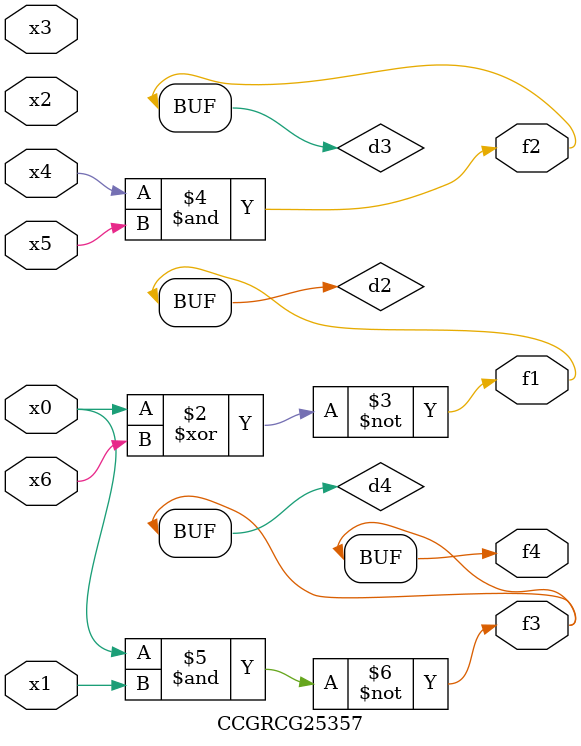
<source format=v>
module CCGRCG25357(
	input x0, x1, x2, x3, x4, x5, x6,
	output f1, f2, f3, f4
);

	wire d1, d2, d3, d4;

	nor (d1, x0);
	xnor (d2, x0, x6);
	and (d3, x4, x5);
	nand (d4, x0, x1);
	assign f1 = d2;
	assign f2 = d3;
	assign f3 = d4;
	assign f4 = d4;
endmodule

</source>
